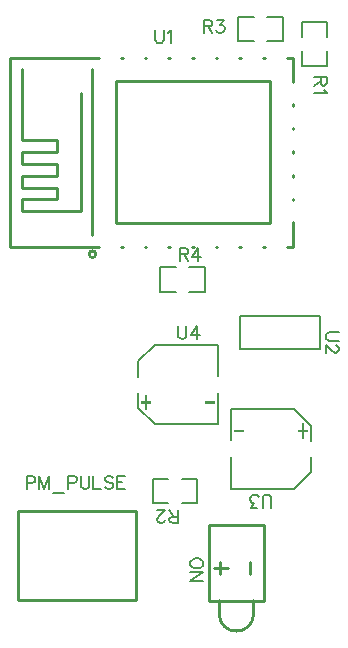
<source format=gto>
G04 Layer: TopSilkLayer*
G04 EasyEDA v6.4.25, 2023-10-22T17:26:54+05:00*
G04 a018637cff68459b90fd6ed0888e4960,10*
G04 Gerber Generator version 0.2*
G04 Scale: 100 percent, Rotated: No, Reflected: No *
G04 Dimensions in millimeters *
G04 leading zeros omitted , absolute positions ,4 integer and 5 decimal *
%FSLAX45Y45*%
%MOMM*%

%ADD10C,0.2540*%
%ADD20C,0.1999*%
%ADD21C,0.1524*%

%LPD*%
D21*
X2479982Y8777500D02*
G01*
X2588948Y8777500D01*
X2479982Y8777500D02*
G01*
X2588948Y8850144D01*
X2479982Y8850144D02*
G01*
X2588948Y8850144D01*
X2479982Y8915676D02*
G01*
X2485062Y8905262D01*
X2495476Y8894848D01*
X2505890Y8889768D01*
X2521638Y8884434D01*
X2547546Y8884434D01*
X2563040Y8889768D01*
X2573454Y8894848D01*
X2583868Y8905262D01*
X2588948Y8915676D01*
X2588948Y8936504D01*
X2583868Y8946918D01*
X2573454Y8957332D01*
X2563040Y8962412D01*
X2547546Y8967746D01*
X2521638Y8967746D01*
X2505890Y8962412D01*
X2495476Y8957332D01*
X2485062Y8946918D01*
X2479982Y8936504D01*
X2479982Y8915676D01*
X1092200Y9665715D02*
G01*
X1092200Y9556750D01*
X1092200Y9665715D02*
G01*
X1138936Y9665715D01*
X1154429Y9660636D01*
X1159763Y9655302D01*
X1164844Y9644887D01*
X1164844Y9629394D01*
X1159763Y9618979D01*
X1154429Y9613900D01*
X1138936Y9608565D01*
X1092200Y9608565D01*
X1199134Y9665715D02*
G01*
X1199134Y9556750D01*
X1199134Y9665715D02*
G01*
X1240789Y9556750D01*
X1282445Y9665715D02*
G01*
X1240789Y9556750D01*
X1282445Y9665715D02*
G01*
X1282445Y9556750D01*
X1316736Y9520174D02*
G01*
X1410207Y9520174D01*
X1444497Y9665715D02*
G01*
X1444497Y9556750D01*
X1444497Y9665715D02*
G01*
X1491234Y9665715D01*
X1506728Y9660636D01*
X1512062Y9655302D01*
X1517142Y9644887D01*
X1517142Y9629394D01*
X1512062Y9618979D01*
X1506728Y9613900D01*
X1491234Y9608565D01*
X1444497Y9608565D01*
X1551431Y9665715D02*
G01*
X1551431Y9587737D01*
X1556765Y9572244D01*
X1567179Y9561829D01*
X1582673Y9556750D01*
X1593087Y9556750D01*
X1608581Y9561829D01*
X1618995Y9572244D01*
X1624329Y9587737D01*
X1624329Y9665715D01*
X1658620Y9665715D02*
G01*
X1658620Y9556750D01*
X1658620Y9556750D02*
G01*
X1720850Y9556750D01*
X1827784Y9650221D02*
G01*
X1817370Y9660636D01*
X1801876Y9665715D01*
X1781047Y9665715D01*
X1765554Y9660636D01*
X1755139Y9650221D01*
X1755139Y9639808D01*
X1760220Y9629394D01*
X1765554Y9624060D01*
X1775968Y9618979D01*
X1807210Y9608565D01*
X1817370Y9603486D01*
X1822704Y9598152D01*
X1827784Y9587737D01*
X1827784Y9572244D01*
X1817370Y9561829D01*
X1801876Y9556750D01*
X1781047Y9556750D01*
X1765554Y9561829D01*
X1755139Y9572244D01*
X1862073Y9665715D02*
G01*
X1862073Y9556750D01*
X1862073Y9665715D02*
G01*
X1929637Y9665715D01*
X1862073Y9613900D02*
G01*
X1903729Y9613900D01*
X1862073Y9556750D02*
G01*
X1929637Y9556750D01*
X3633215Y13042900D02*
G01*
X3524250Y13042900D01*
X3633215Y13042900D02*
G01*
X3633215Y12996163D01*
X3628136Y12980670D01*
X3622802Y12975336D01*
X3612388Y12970255D01*
X3601974Y12970255D01*
X3591559Y12975336D01*
X3586479Y12980670D01*
X3581400Y12996163D01*
X3581400Y13042900D01*
X3581400Y13006578D02*
G01*
X3524250Y12970255D01*
X3612388Y12935965D02*
G01*
X3617722Y12925552D01*
X3633215Y12909804D01*
X3524250Y12909804D01*
X2374925Y9269958D02*
G01*
X2374925Y9378924D01*
X2374925Y9269958D02*
G01*
X2328189Y9269958D01*
X2312695Y9275038D01*
X2307361Y9280372D01*
X2302281Y9290786D01*
X2302281Y9301200D01*
X2307361Y9311614D01*
X2312695Y9316694D01*
X2328189Y9321774D01*
X2374925Y9321774D01*
X2338603Y9321774D02*
G01*
X2302281Y9378924D01*
X2262657Y9295866D02*
G01*
X2262657Y9290786D01*
X2257577Y9280372D01*
X2252243Y9275038D01*
X2241829Y9269958D01*
X2221255Y9269958D01*
X2210841Y9275038D01*
X2205507Y9280372D01*
X2200427Y9290786D01*
X2200427Y9301200D01*
X2205507Y9311614D01*
X2215921Y9327108D01*
X2267991Y9378924D01*
X2195093Y9378924D01*
X2590800Y13526516D02*
G01*
X2590800Y13417550D01*
X2590800Y13526516D02*
G01*
X2637536Y13526516D01*
X2653029Y13521436D01*
X2658363Y13516102D01*
X2663443Y13505687D01*
X2663443Y13495274D01*
X2658363Y13484860D01*
X2653029Y13479779D01*
X2637536Y13474700D01*
X2590800Y13474700D01*
X2627122Y13474700D02*
G01*
X2663443Y13417550D01*
X2708147Y13526516D02*
G01*
X2765297Y13526516D01*
X2734309Y13484860D01*
X2749804Y13484860D01*
X2760218Y13479779D01*
X2765297Y13474700D01*
X2770631Y13458952D01*
X2770631Y13448537D01*
X2765297Y13433044D01*
X2754884Y13422629D01*
X2739390Y13417550D01*
X2723895Y13417550D01*
X2708147Y13422629D01*
X2703068Y13427710D01*
X2697734Y13438124D01*
X2387574Y11596141D02*
G01*
X2387574Y11487175D01*
X2387574Y11596141D02*
G01*
X2434310Y11596141D01*
X2449804Y11591061D01*
X2455138Y11585727D01*
X2460218Y11575313D01*
X2460218Y11564899D01*
X2455138Y11554485D01*
X2449804Y11549405D01*
X2434310Y11544325D01*
X2387574Y11544325D01*
X2423896Y11544325D02*
G01*
X2460218Y11487175D01*
X2546578Y11596141D02*
G01*
X2494508Y11523497D01*
X2572486Y11523497D01*
X2546578Y11596141D02*
G01*
X2546578Y11487175D01*
X2180551Y13438378D02*
G01*
X2180551Y13360400D01*
X2185631Y13344905D01*
X2196045Y13334492D01*
X2211793Y13329412D01*
X2222207Y13329412D01*
X2237701Y13334492D01*
X2248115Y13344905D01*
X2253195Y13360400D01*
X2253195Y13438378D01*
X2287485Y13417550D02*
G01*
X2297899Y13422884D01*
X2313647Y13438378D01*
X2313647Y13329412D01*
X3734815Y10883900D02*
G01*
X3656838Y10883900D01*
X3641343Y10878820D01*
X3630929Y10868405D01*
X3625850Y10852658D01*
X3625850Y10842244D01*
X3630929Y10826750D01*
X3641343Y10816336D01*
X3656838Y10811255D01*
X3734815Y10811255D01*
X3708908Y10771631D02*
G01*
X3713988Y10771631D01*
X3724402Y10766552D01*
X3729736Y10761218D01*
X3734815Y10750804D01*
X3734815Y10730229D01*
X3729736Y10719815D01*
X3724402Y10714481D01*
X3713988Y10709402D01*
X3703574Y10709402D01*
X3693159Y10714481D01*
X3677665Y10724895D01*
X3625850Y10776965D01*
X3625850Y10704068D01*
X3163587Y9398546D02*
G01*
X3163587Y9476524D01*
X3158507Y9492018D01*
X3148093Y9502432D01*
X3132345Y9507512D01*
X3121931Y9507512D01*
X3106437Y9502432D01*
X3096023Y9492018D01*
X3090943Y9476524D01*
X3090943Y9398546D01*
X3046239Y9398546D02*
G01*
X2989089Y9398546D01*
X3020077Y9440202D01*
X3004583Y9440202D01*
X2994169Y9445282D01*
X2989089Y9450362D01*
X2983755Y9466110D01*
X2983755Y9476524D01*
X2989089Y9492018D01*
X2999503Y9502432D01*
X3014997Y9507512D01*
X3030491Y9507512D01*
X3046239Y9502432D01*
X3051319Y9497352D01*
X3056653Y9486938D01*
X2373612Y10934153D02*
G01*
X2373612Y10856175D01*
X2378692Y10840681D01*
X2389106Y10830267D01*
X2404854Y10825187D01*
X2415268Y10825187D01*
X2430762Y10830267D01*
X2441176Y10840681D01*
X2446256Y10856175D01*
X2446256Y10934153D01*
X2532616Y10934153D02*
G01*
X2480546Y10861509D01*
X2558524Y10861509D01*
X2532616Y10934153D02*
G01*
X2532616Y10825187D01*
G36*
X3423005Y10111079D02*
G01*
X3423005Y9979101D01*
X3442817Y9979101D01*
X3442817Y10111079D01*
G37*
G36*
X3393287Y10054996D02*
G01*
X3393287Y10035184D01*
X3472484Y10035184D01*
X3472484Y10054996D01*
G37*
G36*
X2852115Y10054996D02*
G01*
X2852115Y10035184D01*
X2931312Y10035184D01*
X2931312Y10054996D01*
G37*
G36*
X2094382Y10353598D02*
G01*
X2094382Y10221620D01*
X2114194Y10221620D01*
X2114194Y10353598D01*
G37*
G36*
X2064715Y10297515D02*
G01*
X2064715Y10277703D01*
X2143912Y10277703D01*
X2143912Y10297515D01*
G37*
G36*
X2605887Y10297515D02*
G01*
X2605887Y10277703D01*
X2685084Y10277703D01*
X2685084Y10297515D01*
G37*
D10*
X2984497Y8839202D02*
G01*
X2984497Y8940802D01*
X2730502Y8839202D02*
G01*
X2730502Y8940802D01*
X2679702Y8890002D02*
G01*
X2794002Y8890002D01*
X3013664Y8491247D02*
G01*
X3013664Y8612400D01*
X2723939Y8491247D02*
G01*
X2723939Y8612400D01*
X2638808Y8609911D02*
G01*
X2638808Y9249915D01*
X3098802Y9249915D01*
X3098802Y8609911D01*
X2638808Y8609911D01*
X2019300Y9372600D02*
G01*
X2019300Y8612606D01*
X1019302Y8612606D01*
X1019302Y9372600D01*
X2019300Y9372600D01*
D20*
X3427120Y13266826D02*
G01*
X3427120Y13134822D01*
X3634130Y13134822D01*
X3634130Y13266826D01*
X3427120Y13380034D02*
G01*
X3427120Y13512037D01*
X3634130Y13512037D01*
X3634130Y13380034D01*
X2294026Y9641179D02*
G01*
X2162022Y9641179D01*
X2162022Y9434169D01*
X2294026Y9434169D01*
X2407234Y9641179D02*
G01*
X2539238Y9641179D01*
X2539238Y9434169D01*
X2407234Y9434169D01*
X3128873Y13345820D02*
G01*
X3260877Y13345820D01*
X3260877Y13552830D01*
X3128873Y13552830D01*
X3015665Y13345820D02*
G01*
X2883661Y13345820D01*
X2883661Y13552830D01*
X3015665Y13552830D01*
X2468473Y11224920D02*
G01*
X2600477Y11224920D01*
X2600477Y11431930D01*
X2468473Y11431930D01*
X2355265Y11224920D02*
G01*
X2223261Y11224920D01*
X2223261Y11431930D01*
X2355265Y11431930D01*
D10*
X1907225Y11607800D02*
G01*
X1893453Y11607800D01*
X2107224Y11607800D02*
G01*
X2093452Y11607800D01*
X2307224Y11607800D02*
G01*
X2293452Y11607800D01*
X2507223Y11607800D02*
G01*
X2493451Y11607800D01*
X2707223Y11607800D02*
G01*
X2693451Y11607800D01*
X2907223Y11607800D02*
G01*
X2893451Y11607800D01*
X3107222Y11607800D02*
G01*
X3093450Y11607800D01*
X3350094Y11814787D02*
G01*
X3350094Y11607800D01*
X3293450Y11607800D01*
X3350094Y12014583D02*
G01*
X3350094Y12001014D01*
X3350094Y12214456D02*
G01*
X3350094Y12200811D01*
X3350094Y12414531D02*
G01*
X3350094Y12400683D01*
X3350094Y12614455D02*
G01*
X3350094Y12600759D01*
X3350094Y12814454D02*
G01*
X3350094Y12800683D01*
X3293450Y13207745D02*
G01*
X3350094Y13207745D01*
X3350094Y13000682D01*
X3093450Y13207745D02*
G01*
X3107222Y13207745D01*
X2893451Y13207745D02*
G01*
X2907223Y13207745D01*
X2693451Y13207745D02*
G01*
X2707223Y13207745D01*
X2493451Y13207745D02*
G01*
X2507223Y13207745D01*
X2293452Y13207745D02*
G01*
X2307224Y13207745D01*
X2093452Y13207745D02*
G01*
X2107224Y13207745D01*
X1893453Y13207745D02*
G01*
X1907225Y13207745D01*
X1707225Y11607800D02*
G01*
X950318Y11607800D01*
X950318Y13207745D02*
G01*
X1707225Y13207745D01*
X1550316Y12907746D02*
G01*
X1550316Y11907748D01*
X1050317Y11907748D01*
X1050317Y12007748D01*
X1350317Y12007748D01*
X1350317Y12107748D01*
X1050317Y12107748D01*
X1050317Y12207747D01*
X1350317Y12207747D01*
X1350317Y12307747D01*
X1050317Y12307747D01*
X1050317Y12407747D01*
X1350317Y12407747D01*
X1350317Y12507747D01*
X1050317Y12507747D01*
X1050317Y13107746D01*
X1850316Y11807748D02*
G01*
X3150313Y11807748D01*
X3150313Y13007746D01*
X1850316Y13007746D01*
X1850316Y11807748D01*
X1650316Y11707749D02*
G01*
X1650316Y13107746D01*
X950318Y11607749D02*
G01*
X950318Y13207745D01*
D21*
X2898378Y11023539D02*
G01*
X3578621Y11023539D01*
X3578621Y10744260D01*
X2898378Y10744260D01*
X2898378Y11023539D01*
X2826738Y9967226D02*
G01*
X2824734Y10230865D01*
X3360420Y10230865D01*
X3499865Y10091420D01*
X3498529Y9961879D01*
X2825351Y9822530D02*
G01*
X2824683Y9555683D01*
X3360303Y9555683D01*
X3499916Y9695296D01*
X3499916Y9824720D01*
X2710461Y10365473D02*
G01*
X2712465Y10101834D01*
X2176779Y10101834D01*
X2037334Y10241279D01*
X2038670Y10370820D01*
X2711848Y10510169D02*
G01*
X2712516Y10777016D01*
X2176896Y10777016D01*
X2037283Y10637403D01*
X2037283Y10507979D01*
D10*
G75*
G01*
X2723937Y8491248D02*
G03*
X3013664Y8491248I144863J6305D01*
G75*
G01
X1679384Y11544300D02*
G03X1679384Y11544300I-28397J0D01*
M02*

</source>
